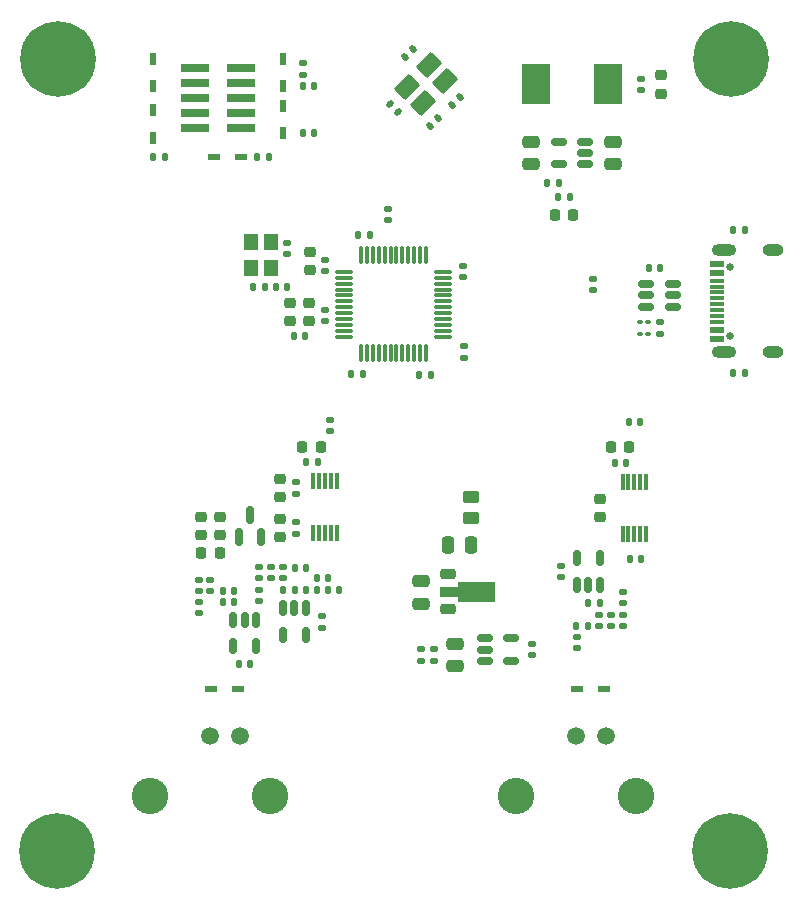
<source format=gbr>
%TF.GenerationSoftware,KiCad,Pcbnew,8.0.7*%
%TF.CreationDate,2025-05-23T18:18:51-03:00*%
%TF.ProjectId,uDAQ,75444151-2e6b-4696-9361-645f70636258,rev?*%
%TF.SameCoordinates,Original*%
%TF.FileFunction,Soldermask,Top*%
%TF.FilePolarity,Negative*%
%FSLAX46Y46*%
G04 Gerber Fmt 4.6, Leading zero omitted, Abs format (unit mm)*
G04 Created by KiCad (PCBNEW 8.0.7) date 2025-05-23 18:18:51*
%MOMM*%
%LPD*%
G01*
G04 APERTURE LIST*
G04 Aperture macros list*
%AMRoundRect*
0 Rectangle with rounded corners*
0 $1 Rounding radius*
0 $2 $3 $4 $5 $6 $7 $8 $9 X,Y pos of 4 corners*
0 Add a 4 corners polygon primitive as box body*
4,1,4,$2,$3,$4,$5,$6,$7,$8,$9,$2,$3,0*
0 Add four circle primitives for the rounded corners*
1,1,$1+$1,$2,$3*
1,1,$1+$1,$4,$5*
1,1,$1+$1,$6,$7*
1,1,$1+$1,$8,$9*
0 Add four rect primitives between the rounded corners*
20,1,$1+$1,$2,$3,$4,$5,0*
20,1,$1+$1,$4,$5,$6,$7,0*
20,1,$1+$1,$6,$7,$8,$9,0*
20,1,$1+$1,$8,$9,$2,$3,0*%
%AMFreePoly0*
4,1,9,3.862500,-0.866500,0.737500,-0.866500,0.737500,-0.450000,-0.737500,-0.450000,-0.737500,0.450000,0.737500,0.450000,0.737500,0.866500,3.862500,0.866500,3.862500,-0.866500,3.862500,-0.866500,$1*%
G04 Aperture macros list end*
%ADD10O,1.800000X1.000000*%
%ADD11O,2.100000X1.000000*%
%ADD12R,1.240000X0.600000*%
%ADD13R,1.240000X0.300000*%
%ADD14C,0.650000*%
%ADD15C,6.400000*%
%ADD16R,2.400000X0.740000*%
%ADD17R,2.350000X3.500000*%
%ADD18C,3.090000*%
%ADD19C,1.509000*%
%ADD20RoundRect,0.140000X-0.170000X0.140000X-0.170000X-0.140000X0.170000X-0.140000X0.170000X0.140000X0*%
%ADD21RoundRect,0.140000X0.140000X0.170000X-0.140000X0.170000X-0.140000X-0.170000X0.140000X-0.170000X0*%
%ADD22RoundRect,0.140000X0.021213X-0.219203X0.219203X-0.021213X-0.021213X0.219203X-0.219203X0.021213X0*%
%ADD23RoundRect,0.140000X-0.140000X-0.170000X0.140000X-0.170000X0.140000X0.170000X-0.140000X0.170000X0*%
%ADD24RoundRect,0.140000X0.170000X-0.140000X0.170000X0.140000X-0.170000X0.140000X-0.170000X-0.140000X0*%
%ADD25RoundRect,0.250000X-0.475000X0.250000X-0.475000X-0.250000X0.475000X-0.250000X0.475000X0.250000X0*%
%ADD26R,0.300000X1.400000*%
%ADD27R,1.200000X1.400000*%
%ADD28RoundRect,0.140000X0.141421X0.933381X-0.933381X-0.141421X-0.141421X-0.933381X0.933381X0.141421X0*%
%ADD29RoundRect,0.225000X0.225000X0.250000X-0.225000X0.250000X-0.225000X-0.250000X0.225000X-0.250000X0*%
%ADD30R,0.500000X1.100000*%
%ADD31RoundRect,0.225000X0.250000X-0.225000X0.250000X0.225000X-0.250000X0.225000X-0.250000X-0.225000X0*%
%ADD32RoundRect,0.250000X0.475000X-0.250000X0.475000X0.250000X-0.475000X0.250000X-0.475000X-0.250000X0*%
%ADD33RoundRect,0.150000X0.150000X-0.587500X0.150000X0.587500X-0.150000X0.587500X-0.150000X-0.587500X0*%
%ADD34RoundRect,0.225000X-0.425000X-0.225000X0.425000X-0.225000X0.425000X0.225000X-0.425000X0.225000X0*%
%ADD35FreePoly0,0.000000*%
%ADD36RoundRect,0.075000X-0.075000X-0.662500X0.075000X-0.662500X0.075000X0.662500X-0.075000X0.662500X0*%
%ADD37RoundRect,0.075000X-0.662500X-0.075000X0.662500X-0.075000X0.662500X0.075000X-0.662500X0.075000X0*%
%ADD38RoundRect,0.225000X-0.225000X-0.250000X0.225000X-0.250000X0.225000X0.250000X-0.225000X0.250000X0*%
%ADD39RoundRect,0.150000X-0.150000X0.512500X-0.150000X-0.512500X0.150000X-0.512500X0.150000X0.512500X0*%
%ADD40RoundRect,0.225000X-0.250000X0.225000X-0.250000X-0.225000X0.250000X-0.225000X0.250000X0.225000X0*%
%ADD41RoundRect,0.100000X0.130000X0.100000X-0.130000X0.100000X-0.130000X-0.100000X0.130000X-0.100000X0*%
%ADD42RoundRect,0.140000X0.219203X0.021213X0.021213X0.219203X-0.219203X-0.021213X-0.021213X-0.219203X0*%
%ADD43RoundRect,0.250000X-0.450000X0.262500X-0.450000X-0.262500X0.450000X-0.262500X0.450000X0.262500X0*%
%ADD44RoundRect,0.150000X0.512500X0.150000X-0.512500X0.150000X-0.512500X-0.150000X0.512500X-0.150000X0*%
%ADD45RoundRect,0.150000X0.150000X-0.512500X0.150000X0.512500X-0.150000X0.512500X-0.150000X-0.512500X0*%
%ADD46RoundRect,0.250000X0.250000X0.475000X-0.250000X0.475000X-0.250000X-0.475000X0.250000X-0.475000X0*%
%ADD47RoundRect,0.150000X-0.512500X-0.150000X0.512500X-0.150000X0.512500X0.150000X-0.512500X0.150000X0*%
%ADD48R,1.100000X0.500000*%
%ADD49RoundRect,0.140000X-0.021213X0.219203X-0.219203X0.021213X0.021213X-0.219203X0.219203X-0.021213X0*%
G04 APERTURE END LIST*
D10*
%TO.C,J201*%
X110650000Y-110180000D03*
D11*
X106470000Y-110180000D03*
D10*
X110650000Y-118820000D03*
D11*
X106470000Y-118820000D03*
D12*
X105850000Y-117700000D03*
X105850000Y-116900000D03*
D13*
X105850000Y-116250000D03*
X105850000Y-115250000D03*
X105850000Y-113750000D03*
X105850000Y-112750000D03*
D12*
X105850000Y-112100000D03*
X105850000Y-111300000D03*
X105850000Y-111300000D03*
X105850000Y-112100000D03*
D13*
X105850000Y-113250000D03*
X105850000Y-114250000D03*
X105850000Y-114750000D03*
X105850000Y-115750000D03*
D12*
X105850000Y-116900000D03*
X105850000Y-117700000D03*
D14*
X106970000Y-111610000D03*
X106970000Y-117400000D03*
%TD*%
D15*
%TO.C,MH4*%
X50075000Y-94000000D03*
%TD*%
%TO.C,MH3*%
X107075000Y-94000000D03*
%TD*%
%TO.C,MH2*%
X107000000Y-161000000D03*
%TD*%
%TO.C,MH1*%
X50000000Y-161000000D03*
%TD*%
D16*
%TO.C,J202*%
X61685000Y-94780000D03*
X65585000Y-94780000D03*
X61685000Y-96050000D03*
X65585000Y-96050000D03*
X61685000Y-97320000D03*
X65585000Y-97320000D03*
X61685000Y-98590000D03*
X65585000Y-98590000D03*
X61685000Y-99860000D03*
X65585000Y-99860000D03*
%TD*%
D17*
%TO.C,L102*%
X90582500Y-96120000D03*
X96632500Y-96120000D03*
%TD*%
D18*
%TO.C,J401*%
X88840000Y-156380000D03*
D19*
X96460000Y-151300000D03*
D18*
X99000000Y-156380000D03*
D19*
X93920000Y-151300000D03*
%TD*%
D18*
%TO.C,J301*%
X57840000Y-156380000D03*
D19*
X65460000Y-151300000D03*
D18*
X68000000Y-156380000D03*
D19*
X62920000Y-151300000D03*
%TD*%
D20*
%TO.C,C315*%
X72450000Y-142117500D03*
X72450000Y-141157500D03*
%TD*%
D21*
%TO.C,R102*%
X92457500Y-105670000D03*
X93417500Y-105670000D03*
%TD*%
D22*
%TO.C,R206*%
X82289411Y-99010589D03*
X81610589Y-99689411D03*
%TD*%
D23*
%TO.C,R212*%
X59110000Y-102300000D03*
X58150000Y-102300000D03*
%TD*%
D24*
%TO.C,C210*%
X69500000Y-109570000D03*
X69500000Y-110530000D03*
%TD*%
D25*
%TO.C,C108*%
X83700000Y-143500000D03*
X83700000Y-145400000D03*
%TD*%
D20*
%TO.C,R205*%
X95400000Y-112620000D03*
X95400000Y-113580000D03*
%TD*%
D26*
%TO.C,U301*%
X71700000Y-129750000D03*
X72200000Y-129750000D03*
X72700000Y-129750000D03*
X73200000Y-129750000D03*
X73700000Y-129750000D03*
X73700000Y-134150000D03*
X73200000Y-134150000D03*
X72700000Y-134150000D03*
X72200000Y-134150000D03*
X71700000Y-134150000D03*
%TD*%
D27*
%TO.C,Y201*%
X68100000Y-109500000D03*
X68100000Y-111700000D03*
X66400000Y-111700000D03*
X66400000Y-109500000D03*
%TD*%
D26*
%TO.C,U401*%
X97892500Y-129800000D03*
X98392500Y-129800000D03*
X98892500Y-129800000D03*
X99392500Y-129800000D03*
X99892500Y-129800000D03*
X99892500Y-134200000D03*
X99392500Y-134200000D03*
X98892500Y-134200000D03*
X98392500Y-134200000D03*
X97892500Y-134200000D03*
%TD*%
D28*
%TO.C,D201*%
X82844155Y-95852513D03*
X81005677Y-97690991D03*
X81500652Y-94509010D03*
X79662174Y-96347488D03*
%TD*%
D29*
%TO.C,R302*%
X63787500Y-135850000D03*
X62237500Y-135850000D03*
%TD*%
D23*
%TO.C,C212*%
X101080000Y-111700000D03*
X100120000Y-111700000D03*
%TD*%
D30*
%TO.C,D206*%
X69135000Y-96290000D03*
X69135000Y-93990000D03*
%TD*%
D23*
%TO.C,R202*%
X69480000Y-113250000D03*
X68520000Y-113250000D03*
%TD*%
D25*
%TO.C,C105*%
X90157500Y-102870000D03*
X90157500Y-100970000D03*
%TD*%
D31*
%TO.C,C207*%
X71312500Y-114625000D03*
X71312500Y-116175000D03*
%TD*%
D24*
%TO.C,R303*%
X62000000Y-139970000D03*
X62000000Y-140930000D03*
%TD*%
D23*
%TO.C,C311*%
X66367500Y-145237500D03*
X65407500Y-145237500D03*
%TD*%
D32*
%TO.C,C104*%
X80800000Y-138200000D03*
X80800000Y-140100000D03*
%TD*%
D33*
%TO.C,U302*%
X66337500Y-132612500D03*
X67287500Y-134487500D03*
X65387500Y-134487500D03*
%TD*%
D20*
%TO.C,R201*%
X78050000Y-107630000D03*
X78050000Y-106670000D03*
%TD*%
D34*
%TO.C,U101*%
X83150000Y-140587500D03*
D35*
X83237500Y-139087500D03*
D34*
X83150000Y-137587500D03*
%TD*%
D36*
%TO.C,U201*%
X75750000Y-110587500D03*
X76250000Y-110587500D03*
X76750000Y-110587500D03*
X77250000Y-110587500D03*
X77750000Y-110587500D03*
X78250000Y-110587500D03*
X78750000Y-110587500D03*
X79250000Y-110587500D03*
X79750000Y-110587500D03*
X80250000Y-110587500D03*
X80750000Y-110587500D03*
X81250000Y-110587500D03*
D37*
X82662500Y-112000000D03*
X82662500Y-112500000D03*
X82662500Y-113000000D03*
X82662500Y-113500000D03*
X82662500Y-114000000D03*
X82662500Y-114500000D03*
X82662500Y-115000000D03*
X82662500Y-115500000D03*
X82662500Y-116000000D03*
X82662500Y-116500000D03*
X82662500Y-117000000D03*
X82662500Y-117500000D03*
D36*
X81250000Y-118912500D03*
X80750000Y-118912500D03*
X80250000Y-118912500D03*
X79750000Y-118912500D03*
X79250000Y-118912500D03*
X78750000Y-118912500D03*
X78250000Y-118912500D03*
X77750000Y-118912500D03*
X77250000Y-118912500D03*
X76750000Y-118912500D03*
X76250000Y-118912500D03*
X75750000Y-118912500D03*
D37*
X74337500Y-117500000D03*
X74337500Y-117000000D03*
X74337500Y-116500000D03*
X74337500Y-116000000D03*
X74337500Y-115500000D03*
X74337500Y-115000000D03*
X74337500Y-114500000D03*
X74337500Y-114000000D03*
X74337500Y-113500000D03*
X74337500Y-113000000D03*
X74337500Y-112500000D03*
X74337500Y-112000000D03*
%TD*%
D20*
%TO.C,L101*%
X101050000Y-117240000D03*
X101050000Y-116280000D03*
%TD*%
D21*
%TO.C,R210*%
X107270000Y-120550000D03*
X108230000Y-120550000D03*
%TD*%
D20*
%TO.C,R405*%
X95892500Y-141020000D03*
X95892500Y-141980000D03*
%TD*%
D38*
%TO.C,C304*%
X70775000Y-126800000D03*
X72325000Y-126800000D03*
%TD*%
D21*
%TO.C,R103*%
X91520000Y-104500000D03*
X92480000Y-104500000D03*
%TD*%
D24*
%TO.C,R301*%
X73150000Y-124520000D03*
X73150000Y-125480000D03*
%TD*%
D20*
%TO.C,C109*%
X90200000Y-143507500D03*
X90200000Y-144467500D03*
%TD*%
%TO.C,R307*%
X68137500Y-137967500D03*
X68137500Y-137007500D03*
%TD*%
D39*
%TO.C,U303*%
X66850000Y-141450000D03*
X65900000Y-141450000D03*
X64950000Y-141450000D03*
X64950000Y-143725000D03*
X66850000Y-143725000D03*
%TD*%
D40*
%TO.C,C307*%
X68900000Y-134475000D03*
X68900000Y-132925000D03*
%TD*%
D24*
%TO.C,C309*%
X63000000Y-138070000D03*
X63000000Y-139030000D03*
%TD*%
%TO.C,C407*%
X92655000Y-136870000D03*
X92655000Y-137830000D03*
%TD*%
D29*
%TO.C,C107*%
X93707500Y-107170000D03*
X92157500Y-107170000D03*
%TD*%
D24*
%TO.C,C206*%
X72662500Y-115220000D03*
X72662500Y-116180000D03*
%TD*%
D21*
%TO.C,C313*%
X69157500Y-138937500D03*
X70117500Y-138937500D03*
%TD*%
D20*
%TO.C,D101*%
X99457500Y-96620000D03*
X99457500Y-95660000D03*
%TD*%
D41*
%TO.C,C101*%
X99380000Y-116260000D03*
X100020000Y-116260000D03*
%TD*%
D23*
%TO.C,C405*%
X95960000Y-140050000D03*
X95000000Y-140050000D03*
%TD*%
D20*
%TO.C,R105*%
X80800000Y-143970000D03*
X80800000Y-144930000D03*
%TD*%
D39*
%TO.C,U304*%
X71050000Y-140500000D03*
X70100000Y-140500000D03*
X69150000Y-140500000D03*
X69150000Y-142775000D03*
X71050000Y-142775000D03*
%TD*%
D21*
%TO.C,R209*%
X107270000Y-108450000D03*
X108230000Y-108450000D03*
%TD*%
D20*
%TO.C,R306*%
X67137500Y-138907500D03*
X67137500Y-139867500D03*
%TD*%
D23*
%TO.C,R402*%
X98512500Y-136350000D03*
X99472500Y-136350000D03*
%TD*%
D42*
%TO.C,R207*%
X78889411Y-98439411D03*
X78210589Y-97760589D03*
%TD*%
D21*
%TO.C,C209*%
X66620000Y-113250000D03*
X67580000Y-113250000D03*
%TD*%
D40*
%TO.C,C403*%
X95992500Y-132775000D03*
X95992500Y-131225000D03*
%TD*%
D20*
%TO.C,C312*%
X67137500Y-137967500D03*
X67137500Y-137007500D03*
%TD*%
%TO.C,C203*%
X84400000Y-112480000D03*
X84400000Y-111520000D03*
%TD*%
D24*
%TO.C,R404*%
X96892500Y-141980000D03*
X96892500Y-141020000D03*
%TD*%
D43*
%TO.C,R101*%
X85100000Y-132862500D03*
X85100000Y-131037500D03*
%TD*%
D21*
%TO.C,C402*%
X98172500Y-128150000D03*
X97212500Y-128150000D03*
%TD*%
D44*
%TO.C,U102*%
X92470000Y-102870000D03*
X92470000Y-100970000D03*
X94745000Y-100970000D03*
X94745000Y-101920000D03*
X94745000Y-102870000D03*
%TD*%
D32*
%TO.C,C106*%
X97057500Y-100970000D03*
X97057500Y-102870000D03*
%TD*%
D23*
%TO.C,R310*%
X72957500Y-138937500D03*
X73917500Y-138937500D03*
%TD*%
D20*
%TO.C,C308*%
X70200000Y-134180000D03*
X70200000Y-133220000D03*
%TD*%
D24*
%TO.C,R403*%
X97892500Y-140080000D03*
X97892500Y-139120000D03*
%TD*%
D30*
%TO.C,D205*%
X69135000Y-97980000D03*
X69135000Y-100280000D03*
%TD*%
D40*
%TO.C,R104*%
X101107500Y-95370000D03*
X101107500Y-96920000D03*
%TD*%
D21*
%TO.C,C314*%
X70120000Y-137050000D03*
X71080000Y-137050000D03*
%TD*%
%TO.C,R309*%
X72017500Y-138937500D03*
X71057500Y-138937500D03*
%TD*%
D23*
%TO.C,R204*%
X75880000Y-120650000D03*
X74920000Y-120650000D03*
%TD*%
D24*
%TO.C,R203*%
X84450000Y-118320000D03*
X84450000Y-119280000D03*
%TD*%
D20*
%TO.C,C301*%
X70200000Y-130780000D03*
X70200000Y-129820000D03*
%TD*%
D45*
%TO.C,U402*%
X94042500Y-138487500D03*
X94992500Y-138487500D03*
X95942500Y-138487500D03*
X95942500Y-136212500D03*
X94042500Y-136212500D03*
%TD*%
D21*
%TO.C,L201*%
X70032500Y-117450000D03*
X70992500Y-117450000D03*
%TD*%
D23*
%TO.C,R211*%
X67925000Y-102240000D03*
X66965000Y-102240000D03*
%TD*%
D24*
%TO.C,C404*%
X97892500Y-141020000D03*
X97892500Y-141980000D03*
%TD*%
%TO.C,R106*%
X81900000Y-144930000D03*
X81900000Y-143970000D03*
%TD*%
D40*
%TO.C,C306*%
X63800000Y-132775000D03*
X63800000Y-134325000D03*
%TD*%
%TO.C,C305*%
X62212500Y-132775000D03*
X62212500Y-134325000D03*
%TD*%
D30*
%TO.C,D204*%
X58145000Y-98340000D03*
X58145000Y-100640000D03*
%TD*%
D46*
%TO.C,C103*%
X83150000Y-135150000D03*
X85050000Y-135150000D03*
%TD*%
D24*
%TO.C,C201*%
X72712500Y-110970000D03*
X72712500Y-111930000D03*
%TD*%
%TO.C,C213*%
X70835000Y-94360000D03*
X70835000Y-95320000D03*
%TD*%
D29*
%TO.C,C401*%
X96917500Y-126850000D03*
X98467500Y-126850000D03*
%TD*%
D22*
%TO.C,R208*%
X83460589Y-97839411D03*
X84139411Y-97160589D03*
%TD*%
D23*
%TO.C,R213*%
X71765000Y-100280000D03*
X70805000Y-100280000D03*
%TD*%
D21*
%TO.C,C202*%
X80682500Y-120750000D03*
X81642500Y-120750000D03*
%TD*%
D23*
%TO.C,R214*%
X71765000Y-96290000D03*
X70805000Y-96290000D03*
%TD*%
D47*
%TO.C,U103*%
X86212500Y-143037500D03*
X86212500Y-143987500D03*
X86212500Y-144937500D03*
X88487500Y-144937500D03*
X88487500Y-143037500D03*
%TD*%
D41*
%TO.C,C102*%
X99380000Y-117260000D03*
X100020000Y-117260000D03*
%TD*%
D31*
%TO.C,C208*%
X69712500Y-114625000D03*
X69712500Y-116175000D03*
%TD*%
D30*
%TO.C,D202*%
X58145000Y-96310000D03*
X58145000Y-94010000D03*
%TD*%
D48*
%TO.C,D203*%
X63285000Y-102250000D03*
X65585000Y-102250000D03*
%TD*%
D21*
%TO.C,C316*%
X72967500Y-137937500D03*
X72007500Y-137937500D03*
%TD*%
D23*
%TO.C,C406*%
X93970000Y-141950000D03*
X94930000Y-141950000D03*
%TD*%
D24*
%TO.C,R406*%
X94000000Y-143880000D03*
X94000000Y-142920000D03*
%TD*%
D23*
%TO.C,C303*%
X72080000Y-128100000D03*
X71120000Y-128100000D03*
%TD*%
%TO.C,C204*%
X75520000Y-108900000D03*
X76480000Y-108900000D03*
%TD*%
D44*
%TO.C,U202*%
X99912500Y-114950000D03*
X99912500Y-114000000D03*
X99912500Y-113050000D03*
X102187500Y-113050000D03*
X102187500Y-114000000D03*
X102187500Y-114950000D03*
%TD*%
D24*
%TO.C,R308*%
X69137500Y-137007500D03*
X69137500Y-137967500D03*
%TD*%
D23*
%TO.C,C310*%
X64980000Y-139000000D03*
X64020000Y-139000000D03*
%TD*%
D40*
%TO.C,C302*%
X68900000Y-129525000D03*
X68900000Y-131075000D03*
%TD*%
D48*
%TO.C,D401*%
X96292500Y-147350000D03*
X93992500Y-147350000D03*
%TD*%
D23*
%TO.C,R401*%
X99400000Y-124750000D03*
X98440000Y-124750000D03*
%TD*%
D31*
%TO.C,C205*%
X71400000Y-110325000D03*
X71400000Y-111875000D03*
%TD*%
D21*
%TO.C,R305*%
X64020000Y-140000000D03*
X64980000Y-140000000D03*
%TD*%
D49*
%TO.C,C211*%
X79510589Y-93839411D03*
X80189411Y-93160589D03*
%TD*%
D48*
%TO.C,D301*%
X65350000Y-147350000D03*
X63050000Y-147350000D03*
%TD*%
D20*
%TO.C,R304*%
X62000000Y-139030000D03*
X62000000Y-138070000D03*
%TD*%
M02*

</source>
